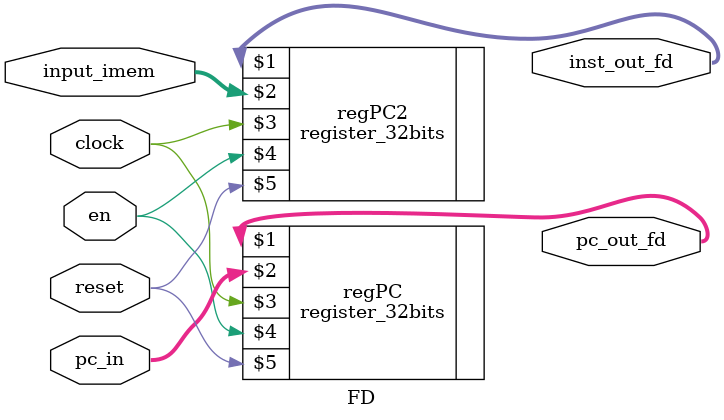
<source format=v>
module FD(inst_out_fd, pc_out_fd, input_imem, pc_in, clock, en, reset);
    input [31:0]  input_imem, pc_in;
    input clock, en, reset;
    output [31:0] inst_out_fd, pc_out_fd;

    register_32bits regPC(pc_out_fd, pc_in, clock, en, reset);
    register_32bits regPC2(inst_out_fd, input_imem, clock, en, reset);
    
endmodule
</source>
